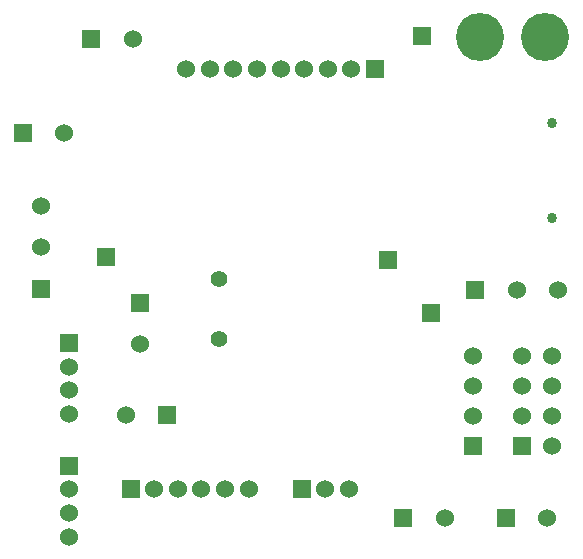
<source format=gbs>
G04 (created by PCBNEW (2013-may-18)-stable) date Пт 20 фев 2015 21:26:52*
%MOIN*%
G04 Gerber Fmt 3.4, Leading zero omitted, Abs format*
%FSLAX34Y34*%
G01*
G70*
G90*
G04 APERTURE LIST*
%ADD10C,0.00590551*%
%ADD11R,0.06X0.06*%
%ADD12C,0.06*%
%ADD13C,0.034*%
%ADD14C,0.056*%
%ADD15C,0.16*%
G04 APERTURE END LIST*
G54D10*
G54D11*
X26299Y-30433D03*
G54D12*
X26299Y-29055D03*
X26299Y-27677D03*
G54D11*
X40787Y-30472D03*
G54D12*
X42165Y-30472D03*
X43543Y-30472D03*
G54D11*
X38377Y-38070D03*
G54D12*
X39755Y-38070D03*
G54D11*
X29606Y-30896D03*
G54D12*
X29606Y-32274D03*
G54D11*
X27983Y-22125D03*
G54D12*
X29361Y-22125D03*
G54D11*
X30520Y-34645D03*
G54D12*
X29142Y-34645D03*
G54D11*
X25700Y-25236D03*
G54D12*
X27077Y-25236D03*
G54D11*
X42334Y-35673D03*
G54D12*
X43334Y-35673D03*
X42334Y-34673D03*
X43334Y-34673D03*
X42334Y-33673D03*
X43334Y-33673D03*
X42334Y-32673D03*
X43334Y-32673D03*
G54D11*
X40708Y-35673D03*
G54D12*
X40708Y-34673D03*
X40708Y-33673D03*
X40708Y-32673D03*
G54D11*
X39291Y-31259D03*
X39015Y-22007D03*
X28464Y-29370D03*
X37874Y-29468D03*
X37440Y-23110D03*
G54D12*
X36653Y-23110D03*
X35866Y-23110D03*
X35078Y-23110D03*
X34291Y-23110D03*
X33503Y-23110D03*
X32716Y-23110D03*
X31929Y-23110D03*
X31141Y-23110D03*
G54D11*
X29291Y-37125D03*
G54D12*
X30078Y-37125D03*
X30866Y-37125D03*
X31653Y-37125D03*
X32440Y-37125D03*
X33228Y-37125D03*
G54D11*
X27244Y-32244D03*
G54D12*
X27244Y-33031D03*
X27244Y-33818D03*
X27244Y-34606D03*
G54D11*
X35000Y-37125D03*
G54D12*
X35787Y-37125D03*
X36574Y-37125D03*
G54D13*
X43332Y-28072D03*
X43332Y-24922D03*
G54D14*
X32244Y-32102D03*
X32244Y-30102D03*
G54D11*
X41802Y-38070D03*
G54D12*
X43180Y-38070D03*
G54D11*
X27244Y-36338D03*
G54D12*
X27244Y-37125D03*
X27244Y-37913D03*
X27244Y-38700D03*
G54D15*
X43110Y-22047D03*
X40944Y-22047D03*
M02*

</source>
